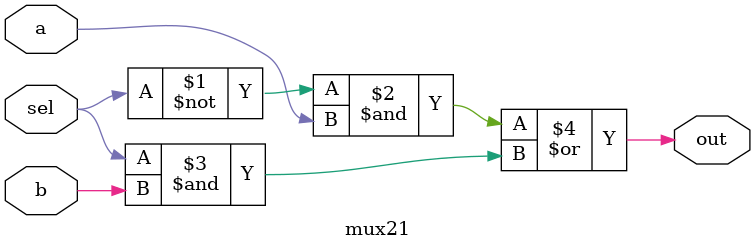
<source format=v>
module mux21(input a,b,sel,output out);
assign out = (~sel & a) | (sel & b);
endmodule
</source>
